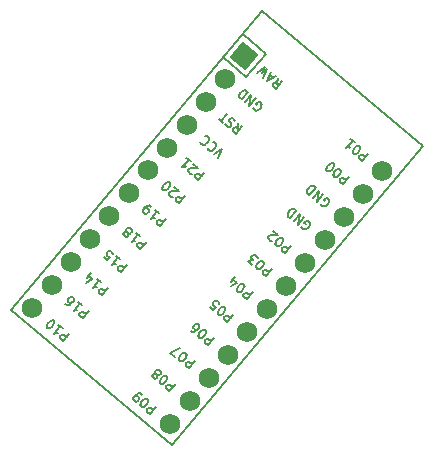
<source format=gbr>
%TF.GenerationSoftware,KiCad,Pcbnew,(6.0.5)*%
%TF.CreationDate,2022-05-06T01:30:31+03:00*%
%TF.ProjectId,main,6d61696e-2e6b-4696-9361-645f70636258,v1.0.0*%
%TF.SameCoordinates,Original*%
%TF.FileFunction,Legend,Top*%
%TF.FilePolarity,Positive*%
%FSLAX46Y46*%
G04 Gerber Fmt 4.6, Leading zero omitted, Abs format (unit mm)*
G04 Created by KiCad (PCBNEW (6.0.5)) date 2022-05-06 01:30:31*
%MOMM*%
%LPD*%
G01*
G04 APERTURE LIST*
G04 Aperture macros list*
%AMRotRect*
0 Rectangle, with rotation*
0 The origin of the aperture is its center*
0 $1 length*
0 $2 width*
0 $3 Rotation angle, in degrees counterclockwise*
0 Add horizontal line*
21,1,$1,$2,0,0,$3*%
G04 Aperture macros list end*
%ADD10C,0.150000*%
%ADD11C,1.752600*%
%ADD12RotRect,1.752600X1.752600X230.000000*%
G04 APERTURE END LIST*
D10*
%TO.C,MCU1*%
X280154055Y-161454208D02*
X279639825Y-162067043D01*
X279406364Y-161871146D01*
X279372485Y-161792989D01*
X279367790Y-161739319D01*
X279387582Y-161656467D01*
X279461043Y-161568919D01*
X279539200Y-161535041D01*
X279592870Y-161530345D01*
X279675722Y-161550137D01*
X279909183Y-161746034D01*
X278910259Y-161454864D02*
X278851893Y-161405890D01*
X278818015Y-161327733D01*
X278813320Y-161274063D01*
X278833111Y-161191211D01*
X278901877Y-161049993D01*
X279024313Y-160904080D01*
X279151444Y-160811837D01*
X279229601Y-160777958D01*
X279283271Y-160773263D01*
X279366123Y-160793055D01*
X279424489Y-160842029D01*
X279458367Y-160920186D01*
X279463062Y-160973856D01*
X279443271Y-161056708D01*
X279374505Y-161197926D01*
X279252069Y-161343839D01*
X279124938Y-161436083D01*
X279046781Y-161469961D01*
X278993111Y-161474656D01*
X278910259Y-161454864D01*
X278928384Y-160425747D02*
X278811653Y-160327799D01*
X278728801Y-160308007D01*
X278675131Y-160312703D01*
X278543304Y-160351276D01*
X278416173Y-160443520D01*
X278220276Y-160676981D01*
X278200484Y-160759833D01*
X278205180Y-160813503D01*
X278239058Y-160891660D01*
X278355788Y-160989609D01*
X278438641Y-161009400D01*
X278492311Y-161004705D01*
X278570468Y-160970827D01*
X278692903Y-160824913D01*
X278712695Y-160742061D01*
X278707999Y-160688391D01*
X278674121Y-160610234D01*
X278557391Y-160512286D01*
X278474538Y-160492494D01*
X278420868Y-160497190D01*
X278342712Y-160531068D01*
X281786736Y-159508456D02*
X281272506Y-160121291D01*
X281039045Y-159925394D01*
X281005166Y-159847237D01*
X281000471Y-159793567D01*
X281020263Y-159710715D01*
X281093724Y-159623167D01*
X281171881Y-159589289D01*
X281225551Y-159584593D01*
X281308403Y-159604385D01*
X281541864Y-159800282D01*
X280542940Y-159509112D02*
X280484574Y-159460138D01*
X280450696Y-159381981D01*
X280446001Y-159328311D01*
X280465792Y-159245459D01*
X280534558Y-159104241D01*
X280656994Y-158958328D01*
X280784125Y-158866085D01*
X280862282Y-158832206D01*
X280915952Y-158827511D01*
X280998804Y-158847303D01*
X281057170Y-158896277D01*
X281091048Y-158974434D01*
X281095743Y-159028104D01*
X281075952Y-159110956D01*
X281007186Y-159252174D01*
X280884750Y-159398087D01*
X280757619Y-159490331D01*
X280679462Y-159524209D01*
X280625792Y-159528904D01*
X280542940Y-159509112D01*
X280208854Y-158781213D02*
X280242732Y-158859370D01*
X280247427Y-158913040D01*
X280227636Y-158995892D01*
X280203149Y-159025075D01*
X280124992Y-159058953D01*
X280071322Y-159063648D01*
X279988469Y-159043857D01*
X279871739Y-158945908D01*
X279837861Y-158867751D01*
X279833165Y-158814081D01*
X279852957Y-158731229D01*
X279877444Y-158702046D01*
X279955601Y-158668168D01*
X280009271Y-158663473D01*
X280092123Y-158683264D01*
X280208854Y-158781213D01*
X280291706Y-158801005D01*
X280345376Y-158796309D01*
X280423533Y-158762431D01*
X280521481Y-158645700D01*
X280541273Y-158562848D01*
X280536578Y-158509178D01*
X280502699Y-158431021D01*
X280385969Y-158333073D01*
X280303116Y-158313281D01*
X280249447Y-158317976D01*
X280171290Y-158351855D01*
X280073341Y-158468585D01*
X280053549Y-158551438D01*
X280058245Y-158605107D01*
X280092123Y-158683264D01*
X283419416Y-157562703D02*
X282905186Y-158175538D01*
X282671725Y-157979641D01*
X282637846Y-157901484D01*
X282633151Y-157847814D01*
X282652943Y-157764962D01*
X282726404Y-157677414D01*
X282804561Y-157643536D01*
X282858231Y-157638840D01*
X282941083Y-157658632D01*
X283174544Y-157854529D01*
X282175620Y-157563359D02*
X282117254Y-157514385D01*
X282083376Y-157436228D01*
X282078681Y-157382558D01*
X282098472Y-157299706D01*
X282167238Y-157158488D01*
X282289674Y-157012575D01*
X282416805Y-156920332D01*
X282494962Y-156886453D01*
X282548632Y-156881758D01*
X282631484Y-156901550D01*
X282689850Y-156950524D01*
X282723728Y-157028681D01*
X282728423Y-157082351D01*
X282708632Y-157165203D01*
X282639866Y-157306421D01*
X282517430Y-157452334D01*
X282390299Y-157544578D01*
X282312142Y-157578456D01*
X282258472Y-157583151D01*
X282175620Y-157563359D01*
X281767063Y-157220539D02*
X281358506Y-156877719D01*
X282135379Y-156485268D01*
X285052097Y-155616950D02*
X284537867Y-156229785D01*
X284304406Y-156033888D01*
X284270527Y-155955731D01*
X284265832Y-155902061D01*
X284285624Y-155819209D01*
X284359085Y-155731661D01*
X284437242Y-155697783D01*
X284490912Y-155693087D01*
X284573764Y-155712879D01*
X284807225Y-155908776D01*
X283808301Y-155617606D02*
X283749935Y-155568632D01*
X283716057Y-155490475D01*
X283711362Y-155436805D01*
X283731153Y-155353953D01*
X283799919Y-155212735D01*
X283922355Y-155066822D01*
X284049486Y-154974579D01*
X284127643Y-154940700D01*
X284181313Y-154936005D01*
X284264165Y-154955797D01*
X284322531Y-155004771D01*
X284356409Y-155082928D01*
X284361104Y-155136598D01*
X284341313Y-155219450D01*
X284272547Y-155360668D01*
X284150111Y-155506581D01*
X284022980Y-155598825D01*
X283944823Y-155632703D01*
X283891153Y-155637398D01*
X283808301Y-155617606D01*
X283078734Y-155005428D02*
X283195465Y-155103376D01*
X283278318Y-155123168D01*
X283331987Y-155118473D01*
X283463814Y-155079899D01*
X283590945Y-154987655D01*
X283786842Y-154754194D01*
X283806634Y-154671342D01*
X283801939Y-154617672D01*
X283768060Y-154539515D01*
X283651330Y-154441567D01*
X283568477Y-154421775D01*
X283514808Y-154426470D01*
X283436651Y-154460349D01*
X283314215Y-154606262D01*
X283294423Y-154689114D01*
X283299119Y-154742784D01*
X283332997Y-154820941D01*
X283449728Y-154918890D01*
X283532580Y-154938681D01*
X283586250Y-154933986D01*
X283664407Y-154900108D01*
X286684778Y-153671197D02*
X286170548Y-154284032D01*
X285937087Y-154088135D01*
X285903208Y-154009978D01*
X285898513Y-153956308D01*
X285918305Y-153873456D01*
X285991766Y-153785908D01*
X286069923Y-153752030D01*
X286123593Y-153747334D01*
X286206445Y-153767126D01*
X286439906Y-153963023D01*
X285440982Y-153671853D02*
X285382616Y-153622879D01*
X285348738Y-153544722D01*
X285344043Y-153491052D01*
X285363834Y-153408200D01*
X285432600Y-153266982D01*
X285555036Y-153121069D01*
X285682167Y-153028826D01*
X285760324Y-152994947D01*
X285813994Y-152990252D01*
X285896846Y-153010044D01*
X285955212Y-153059018D01*
X285989090Y-153137175D01*
X285993785Y-153190845D01*
X285973994Y-153273697D01*
X285905228Y-153414915D01*
X285782792Y-153560828D01*
X285655661Y-153653072D01*
X285577504Y-153686950D01*
X285523834Y-153691645D01*
X285440982Y-153671853D01*
X284682233Y-153035188D02*
X284974059Y-153280059D01*
X285248113Y-153012720D01*
X285194444Y-153017415D01*
X285111591Y-152997624D01*
X284965678Y-152875188D01*
X284931800Y-152797031D01*
X284927104Y-152743361D01*
X284946896Y-152660509D01*
X285069332Y-152514596D01*
X285147489Y-152480717D01*
X285201158Y-152476022D01*
X285284011Y-152495814D01*
X285429924Y-152618249D01*
X285463802Y-152696406D01*
X285468498Y-152750076D01*
X288317458Y-151725444D02*
X287803228Y-152338279D01*
X287569767Y-152142382D01*
X287535888Y-152064225D01*
X287531193Y-152010555D01*
X287550985Y-151927703D01*
X287624446Y-151840155D01*
X287702603Y-151806277D01*
X287756273Y-151801581D01*
X287839125Y-151821373D01*
X288072586Y-152017270D01*
X287073662Y-151726100D02*
X287015296Y-151677126D01*
X286981418Y-151598969D01*
X286976723Y-151545299D01*
X286996514Y-151462447D01*
X287065280Y-151321229D01*
X287187716Y-151175316D01*
X287314847Y-151083073D01*
X287393004Y-151049194D01*
X287446674Y-151044499D01*
X287529526Y-151064291D01*
X287587892Y-151113265D01*
X287621770Y-151191422D01*
X287626465Y-151245092D01*
X287606674Y-151327944D01*
X287537908Y-151469162D01*
X287415472Y-151615075D01*
X287288341Y-151707319D01*
X287210184Y-151741197D01*
X287156514Y-151745892D01*
X287073662Y-151726100D01*
X286515506Y-150909643D02*
X286858326Y-150501086D01*
X286465522Y-151265540D02*
X286978742Y-150950236D01*
X286599368Y-150631903D01*
X289950139Y-149779691D02*
X289435909Y-150392526D01*
X289202448Y-150196629D01*
X289168569Y-150118472D01*
X289163874Y-150064802D01*
X289183666Y-149981950D01*
X289257127Y-149894402D01*
X289335284Y-149860524D01*
X289388954Y-149855828D01*
X289471806Y-149875620D01*
X289705267Y-150071517D01*
X288706343Y-149780347D02*
X288647977Y-149731373D01*
X288614099Y-149653216D01*
X288609404Y-149599546D01*
X288629195Y-149516694D01*
X288697961Y-149375476D01*
X288820397Y-149229563D01*
X288947528Y-149137320D01*
X289025685Y-149103441D01*
X289079355Y-149098746D01*
X289162207Y-149118538D01*
X289220573Y-149167512D01*
X289254451Y-149245669D01*
X289259146Y-149299339D01*
X289239355Y-149382191D01*
X289170589Y-149523409D01*
X289048153Y-149669322D01*
X288921022Y-149761566D01*
X288842865Y-149795444D01*
X288789195Y-149800139D01*
X288706343Y-149780347D01*
X288297786Y-149437527D02*
X287918411Y-149119195D01*
X288318587Y-149057143D01*
X288231039Y-148983682D01*
X288197161Y-148905525D01*
X288192465Y-148851855D01*
X288212257Y-148769003D01*
X288334693Y-148623090D01*
X288412850Y-148589211D01*
X288466519Y-148584516D01*
X288549372Y-148604308D01*
X288724468Y-148751230D01*
X288758346Y-148829387D01*
X288763041Y-148883057D01*
X291582819Y-147833938D02*
X291068589Y-148446773D01*
X290835128Y-148250876D01*
X290801249Y-148172719D01*
X290796554Y-148119049D01*
X290816346Y-148036197D01*
X290889807Y-147948649D01*
X290967964Y-147914771D01*
X291021634Y-147910075D01*
X291104486Y-147929867D01*
X291337947Y-148125764D01*
X290339023Y-147834594D02*
X290280657Y-147785620D01*
X290246779Y-147707463D01*
X290242084Y-147653793D01*
X290261875Y-147570941D01*
X290330641Y-147429723D01*
X290453077Y-147283810D01*
X290580208Y-147191567D01*
X290658365Y-147157688D01*
X290712035Y-147152993D01*
X290794887Y-147172785D01*
X290853253Y-147221759D01*
X290887131Y-147299916D01*
X290891826Y-147353586D01*
X290872035Y-147436438D01*
X290803269Y-147577656D01*
X290680833Y-147723569D01*
X290553702Y-147815813D01*
X290475545Y-147849691D01*
X290421875Y-147854386D01*
X290339023Y-147834594D01*
X289950257Y-147408922D02*
X289896587Y-147413617D01*
X289813735Y-147393826D01*
X289667822Y-147271390D01*
X289633944Y-147193233D01*
X289629248Y-147139563D01*
X289649040Y-147056711D01*
X289698014Y-146998346D01*
X289800658Y-146935285D01*
X290444696Y-146878939D01*
X290065321Y-146560606D01*
X292448522Y-146239210D02*
X292482400Y-146317367D01*
X292569948Y-146390828D01*
X292681983Y-146435107D01*
X292789323Y-146425716D01*
X292867479Y-146391838D01*
X292994611Y-146299594D01*
X293068072Y-146212046D01*
X293136838Y-146070829D01*
X293156630Y-145987976D01*
X293147239Y-145880637D01*
X293084178Y-145777992D01*
X293025813Y-145729018D01*
X292913778Y-145684739D01*
X292860108Y-145689435D01*
X292688698Y-145893713D01*
X292805428Y-145991662D01*
X292646438Y-145410685D02*
X292132208Y-146023521D01*
X292296247Y-145116839D01*
X291782016Y-145729675D01*
X292004420Y-144871968D02*
X291490190Y-145484804D01*
X291344277Y-145362368D01*
X291281216Y-145259724D01*
X291271825Y-145152384D01*
X291291617Y-145069532D01*
X291360383Y-144928314D01*
X291433844Y-144840766D01*
X291560975Y-144748523D01*
X291639132Y-144714644D01*
X291746472Y-144705253D01*
X291858507Y-144749532D01*
X292004420Y-144871968D01*
X294081202Y-144293457D02*
X294115080Y-144371614D01*
X294202628Y-144445075D01*
X294314663Y-144489354D01*
X294422003Y-144479963D01*
X294500159Y-144446085D01*
X294627291Y-144353841D01*
X294700752Y-144266293D01*
X294769518Y-144125076D01*
X294789310Y-144042223D01*
X294779919Y-143934884D01*
X294716858Y-143832239D01*
X294658493Y-143783265D01*
X294546458Y-143738986D01*
X294492788Y-143743682D01*
X294321378Y-143947960D01*
X294438108Y-144045909D01*
X294279118Y-143464932D02*
X293764888Y-144077768D01*
X293928927Y-143171086D01*
X293414696Y-143783922D01*
X293637100Y-142926215D02*
X293122870Y-143539051D01*
X292976957Y-143416615D01*
X292913896Y-143313971D01*
X292904505Y-143206631D01*
X292924297Y-143123779D01*
X292993063Y-142982561D01*
X293066524Y-142895013D01*
X293193655Y-142802770D01*
X293271812Y-142768891D01*
X293379152Y-142759500D01*
X293491187Y-142803779D01*
X293637100Y-142926215D01*
X296480861Y-141996680D02*
X295966631Y-142609515D01*
X295733170Y-142413618D01*
X295699291Y-142335461D01*
X295694596Y-142281791D01*
X295714388Y-142198939D01*
X295787849Y-142111391D01*
X295866006Y-142077513D01*
X295919676Y-142072817D01*
X296002528Y-142092609D01*
X296235989Y-142288506D01*
X295237065Y-141997336D02*
X295178699Y-141948362D01*
X295144821Y-141870205D01*
X295140126Y-141816535D01*
X295159917Y-141733683D01*
X295228683Y-141592465D01*
X295351119Y-141446552D01*
X295478250Y-141354309D01*
X295556407Y-141320430D01*
X295610077Y-141315735D01*
X295692929Y-141335527D01*
X295751295Y-141384501D01*
X295785173Y-141462658D01*
X295789868Y-141516328D01*
X295770077Y-141599180D01*
X295701311Y-141740398D01*
X295578875Y-141886311D01*
X295451744Y-141978555D01*
X295373587Y-142012433D01*
X295319917Y-142017128D01*
X295237065Y-141997336D01*
X294653412Y-141507594D02*
X294595046Y-141458619D01*
X294561168Y-141380462D01*
X294556473Y-141326793D01*
X294576264Y-141243940D01*
X294645030Y-141102722D01*
X294767466Y-140956809D01*
X294894597Y-140864566D01*
X294972754Y-140830688D01*
X295026424Y-140825992D01*
X295109277Y-140845784D01*
X295167642Y-140894758D01*
X295201520Y-140972915D01*
X295206215Y-141026585D01*
X295186424Y-141109437D01*
X295117658Y-141250655D01*
X294995222Y-141396568D01*
X294868091Y-141488812D01*
X294789934Y-141522690D01*
X294736264Y-141527385D01*
X294653412Y-141507594D01*
X298113541Y-140050927D02*
X297599311Y-140663762D01*
X297365850Y-140467865D01*
X297331971Y-140389708D01*
X297327276Y-140336038D01*
X297347068Y-140253186D01*
X297420529Y-140165638D01*
X297498686Y-140131760D01*
X297552356Y-140127064D01*
X297635208Y-140146856D01*
X297868669Y-140342753D01*
X296869745Y-140051583D02*
X296811379Y-140002609D01*
X296777501Y-139924452D01*
X296772806Y-139870782D01*
X296792597Y-139787930D01*
X296861363Y-139646712D01*
X296983799Y-139500799D01*
X297110930Y-139408556D01*
X297189087Y-139374677D01*
X297242757Y-139369982D01*
X297325609Y-139389774D01*
X297383975Y-139438748D01*
X297417853Y-139516905D01*
X297422548Y-139570575D01*
X297402757Y-139653427D01*
X297333991Y-139794645D01*
X297211555Y-139940558D01*
X297084424Y-140032802D01*
X297006267Y-140066680D01*
X296952597Y-140071375D01*
X296869745Y-140051583D01*
X296596043Y-138777595D02*
X296946235Y-139071441D01*
X296771139Y-138924518D02*
X296256909Y-139537353D01*
X296388736Y-139498780D01*
X296496075Y-139489389D01*
X296578928Y-139509180D01*
X272800029Y-155283447D02*
X272285799Y-155896282D01*
X272052338Y-155700385D01*
X272018459Y-155622228D01*
X272013764Y-155568558D01*
X272033556Y-155485706D01*
X272107017Y-155398158D01*
X272185174Y-155364280D01*
X272238844Y-155359584D01*
X272321696Y-155379376D01*
X272555157Y-155575273D01*
X271866184Y-154499858D02*
X272216376Y-154793704D01*
X272041280Y-154646781D02*
X271527050Y-155259616D01*
X271658877Y-155221043D01*
X271766216Y-155211652D01*
X271849069Y-155231443D01*
X270972580Y-154794361D02*
X270914214Y-154745386D01*
X270880336Y-154667229D01*
X270875641Y-154613560D01*
X270895432Y-154530707D01*
X270964198Y-154389489D01*
X271086634Y-154243576D01*
X271213765Y-154151333D01*
X271291922Y-154117455D01*
X271345592Y-154112759D01*
X271428445Y-154132551D01*
X271486810Y-154181525D01*
X271520688Y-154259682D01*
X271525383Y-154313352D01*
X271505592Y-154396204D01*
X271436826Y-154537422D01*
X271314390Y-154683335D01*
X271187259Y-154775579D01*
X271109102Y-154809457D01*
X271055432Y-154814152D01*
X270972580Y-154794361D01*
X274432709Y-153337694D02*
X273918479Y-153950529D01*
X273685018Y-153754632D01*
X273651139Y-153676475D01*
X273646444Y-153622805D01*
X273666236Y-153539953D01*
X273739697Y-153452405D01*
X273817854Y-153418527D01*
X273871524Y-153413831D01*
X273954376Y-153433623D01*
X274187837Y-153629520D01*
X273498864Y-152554105D02*
X273849056Y-152847951D01*
X273673960Y-152701028D02*
X273159730Y-153313863D01*
X273291557Y-153275290D01*
X273398896Y-153265899D01*
X273481749Y-153285690D01*
X272459346Y-152726172D02*
X272576077Y-152824120D01*
X272658930Y-152843912D01*
X272712599Y-152839217D01*
X272844426Y-152800643D01*
X272971557Y-152708399D01*
X273167454Y-152474938D01*
X273187246Y-152392086D01*
X273182551Y-152338416D01*
X273148672Y-152260259D01*
X273031942Y-152162311D01*
X272949089Y-152142519D01*
X272895420Y-152147214D01*
X272817263Y-152181093D01*
X272694827Y-152327006D01*
X272675035Y-152409858D01*
X272679731Y-152463528D01*
X272713609Y-152541685D01*
X272830340Y-152639634D01*
X272913192Y-152659425D01*
X272966862Y-152654730D01*
X273045019Y-152620852D01*
X276065390Y-151391942D02*
X275551160Y-152004777D01*
X275317699Y-151808880D01*
X275283820Y-151730723D01*
X275279125Y-151677053D01*
X275298917Y-151594201D01*
X275372378Y-151506653D01*
X275450535Y-151472775D01*
X275504205Y-151468079D01*
X275587057Y-151487871D01*
X275820518Y-151683768D01*
X275131545Y-150608353D02*
X275481737Y-150902199D01*
X275306641Y-150755276D02*
X274792411Y-151368111D01*
X274924238Y-151329538D01*
X275031577Y-151320147D01*
X275114430Y-151339938D01*
X274263438Y-150576141D02*
X274606258Y-150167584D01*
X274213454Y-150932038D02*
X274726674Y-150616734D01*
X274347300Y-150298401D01*
X277698070Y-149446189D02*
X277183840Y-150059024D01*
X276950379Y-149863127D01*
X276916500Y-149784970D01*
X276911805Y-149731300D01*
X276931597Y-149648448D01*
X277005058Y-149560900D01*
X277083215Y-149527022D01*
X277136885Y-149522326D01*
X277219737Y-149542118D01*
X277453198Y-149738015D01*
X276764225Y-148662600D02*
X277114417Y-148956446D01*
X276939321Y-148809523D02*
X276425091Y-149422358D01*
X276556918Y-149383785D01*
X276664257Y-149374394D01*
X276747110Y-149394185D01*
X275695525Y-148810180D02*
X275987351Y-149055051D01*
X276261405Y-148787712D01*
X276207736Y-148792407D01*
X276124883Y-148772616D01*
X275978970Y-148650180D01*
X275945092Y-148572023D01*
X275940396Y-148518353D01*
X275960188Y-148435501D01*
X276082624Y-148289588D01*
X276160781Y-148255709D01*
X276214450Y-148251014D01*
X276297303Y-148270806D01*
X276443216Y-148393241D01*
X276477094Y-148471398D01*
X276481790Y-148525068D01*
X279330751Y-147500436D02*
X278816521Y-148113271D01*
X278583060Y-147917374D01*
X278549181Y-147839217D01*
X278544486Y-147785547D01*
X278564278Y-147702695D01*
X278637739Y-147615147D01*
X278715896Y-147581269D01*
X278769566Y-147576573D01*
X278852418Y-147596365D01*
X279085879Y-147792262D01*
X278396906Y-146716847D02*
X278747098Y-147010693D01*
X278572002Y-146863770D02*
X278057772Y-147476605D01*
X278189599Y-147438032D01*
X278296938Y-147428641D01*
X278379791Y-147448432D01*
X277752869Y-146773193D02*
X277786747Y-146851350D01*
X277791442Y-146905020D01*
X277771651Y-146987872D01*
X277747164Y-147017055D01*
X277669007Y-147050933D01*
X277615337Y-147055628D01*
X277532484Y-147035837D01*
X277415754Y-146937888D01*
X277381876Y-146859731D01*
X277377180Y-146806061D01*
X277396972Y-146723209D01*
X277421459Y-146694026D01*
X277499616Y-146660148D01*
X277553286Y-146655453D01*
X277636138Y-146675244D01*
X277752869Y-146773193D01*
X277835721Y-146792985D01*
X277889391Y-146788289D01*
X277967548Y-146754411D01*
X278065496Y-146637680D01*
X278085288Y-146554828D01*
X278080593Y-146501158D01*
X278046714Y-146423001D01*
X277929984Y-146325053D01*
X277847131Y-146305261D01*
X277793462Y-146309956D01*
X277715305Y-146343835D01*
X277617356Y-146460565D01*
X277597564Y-146543418D01*
X277602260Y-146597087D01*
X277636138Y-146675244D01*
X280963431Y-145554683D02*
X280449201Y-146167518D01*
X280215740Y-145971621D01*
X280181861Y-145893464D01*
X280177166Y-145839794D01*
X280196958Y-145756942D01*
X280270419Y-145669394D01*
X280348576Y-145635516D01*
X280402246Y-145630820D01*
X280485098Y-145650612D01*
X280718559Y-145846509D01*
X280029586Y-144771094D02*
X280379778Y-145064940D01*
X280204682Y-144918017D02*
X279690452Y-145530852D01*
X279822279Y-145492279D01*
X279929618Y-145482888D01*
X280012471Y-145502679D01*
X279737760Y-144526222D02*
X279621029Y-144428274D01*
X279538177Y-144408482D01*
X279484507Y-144413178D01*
X279352680Y-144451751D01*
X279225549Y-144543995D01*
X279029652Y-144777456D01*
X279009860Y-144860308D01*
X279014556Y-144913978D01*
X279048434Y-144992135D01*
X279165164Y-145090084D01*
X279248017Y-145109875D01*
X279301687Y-145105180D01*
X279379844Y-145071302D01*
X279502279Y-144925388D01*
X279522071Y-144842536D01*
X279517375Y-144788866D01*
X279483497Y-144710709D01*
X279366767Y-144612761D01*
X279283914Y-144592969D01*
X279230244Y-144597665D01*
X279152088Y-144631543D01*
X282596112Y-143608930D02*
X282081882Y-144221765D01*
X281848421Y-144025868D01*
X281814542Y-143947711D01*
X281809847Y-143894041D01*
X281829639Y-143811189D01*
X281903100Y-143723641D01*
X281981257Y-143689763D01*
X282034927Y-143685067D01*
X282117779Y-143704859D01*
X282351240Y-143900756D01*
X281547203Y-143673657D02*
X281493533Y-143678352D01*
X281410681Y-143658561D01*
X281264768Y-143536125D01*
X281230890Y-143457968D01*
X281226194Y-143404298D01*
X281245986Y-143321446D01*
X281294960Y-143263081D01*
X281397604Y-143200020D01*
X282041642Y-143143674D01*
X281662267Y-142825341D01*
X280768663Y-143119844D02*
X280710297Y-143070869D01*
X280676419Y-142992712D01*
X280671724Y-142939043D01*
X280691515Y-142856190D01*
X280760281Y-142714972D01*
X280882717Y-142569059D01*
X281009848Y-142476816D01*
X281088005Y-142442938D01*
X281141675Y-142438242D01*
X281224528Y-142458034D01*
X281282893Y-142507008D01*
X281316771Y-142585165D01*
X281321466Y-142638835D01*
X281301675Y-142721687D01*
X281232909Y-142862905D01*
X281110473Y-143008818D01*
X280983342Y-143101062D01*
X280905185Y-143134940D01*
X280851515Y-143139635D01*
X280768663Y-143119844D01*
X284228792Y-141663177D02*
X283714562Y-142276012D01*
X283481101Y-142080115D01*
X283447222Y-142001958D01*
X283442527Y-141948288D01*
X283462319Y-141865436D01*
X283535780Y-141777888D01*
X283613937Y-141744010D01*
X283667607Y-141739314D01*
X283750459Y-141759106D01*
X283983920Y-141955003D01*
X283179883Y-141727904D02*
X283126213Y-141732599D01*
X283043361Y-141712808D01*
X282897448Y-141590372D01*
X282863570Y-141512215D01*
X282858874Y-141458545D01*
X282878666Y-141375693D01*
X282927640Y-141317328D01*
X283030284Y-141254267D01*
X283674322Y-141197921D01*
X283294947Y-140879588D01*
X282711294Y-140389845D02*
X283061486Y-140683691D01*
X282886390Y-140536768D02*
X282372160Y-141149603D01*
X282503987Y-141111030D01*
X282611326Y-141101639D01*
X282694179Y-141121430D01*
X285420199Y-140391477D02*
X285730151Y-139607231D01*
X285011642Y-140048657D01*
X284922428Y-139028931D02*
X284976098Y-139024235D01*
X285088133Y-139068514D01*
X285146498Y-139117489D01*
X285209559Y-139220133D01*
X285218950Y-139327472D01*
X285199158Y-139410325D01*
X285130392Y-139551542D01*
X285056931Y-139639090D01*
X284929800Y-139731334D01*
X284851643Y-139765212D01*
X284744303Y-139774603D01*
X284632268Y-139730324D01*
X284573903Y-139681350D01*
X284510842Y-139578706D01*
X284506146Y-139525036D01*
X284309592Y-138514701D02*
X284363262Y-138510005D01*
X284475297Y-138554284D01*
X284533662Y-138603258D01*
X284596723Y-138705903D01*
X284606114Y-138813242D01*
X284586323Y-138896095D01*
X284517557Y-139037312D01*
X284444095Y-139124860D01*
X284316964Y-139217104D01*
X284238807Y-139250982D01*
X284131467Y-139260373D01*
X284019432Y-139216094D01*
X283961067Y-139167120D01*
X283898006Y-139064476D01*
X283893311Y-139010806D01*
X287085597Y-137428851D02*
X287045004Y-137892087D01*
X287435789Y-137722696D02*
X286921558Y-138335532D01*
X286688097Y-138139635D01*
X286654219Y-138061478D01*
X286649524Y-138007808D01*
X286669315Y-137924956D01*
X286742777Y-137837408D01*
X286820934Y-137803529D01*
X286874603Y-137798834D01*
X286957456Y-137818626D01*
X287190917Y-138014523D01*
X286827649Y-137262136D02*
X286764588Y-137159492D01*
X286618674Y-137037056D01*
X286535822Y-137017265D01*
X286482152Y-137021960D01*
X286403995Y-137055838D01*
X286355021Y-137114203D01*
X286335229Y-137197056D01*
X286339925Y-137250726D01*
X286373803Y-137328883D01*
X286466046Y-137456014D01*
X286499925Y-137534171D01*
X286504620Y-137587841D01*
X286484828Y-137670693D01*
X286435854Y-137729058D01*
X286357697Y-137762936D01*
X286304027Y-137767632D01*
X286221175Y-137747840D01*
X286075262Y-137625405D01*
X286012201Y-137522761D01*
X285812618Y-137405020D02*
X285462426Y-137111175D01*
X286151752Y-136645262D02*
X285637522Y-137258097D01*
X288359856Y-136176943D02*
X288393734Y-136255100D01*
X288481282Y-136328561D01*
X288593317Y-136372840D01*
X288700657Y-136363449D01*
X288778813Y-136329571D01*
X288905945Y-136237327D01*
X288979406Y-136149779D01*
X289048172Y-136008562D01*
X289067964Y-135925709D01*
X289058573Y-135818370D01*
X288995512Y-135715725D01*
X288937147Y-135666751D01*
X288825112Y-135622472D01*
X288771442Y-135627168D01*
X288600032Y-135831446D01*
X288716762Y-135929395D01*
X288557772Y-135348418D02*
X288043542Y-135961254D01*
X288207581Y-135054572D01*
X287693350Y-135667408D01*
X287915754Y-134809701D02*
X287401524Y-135422537D01*
X287255611Y-135300101D01*
X287192550Y-135197457D01*
X287183159Y-135090117D01*
X287202951Y-135007265D01*
X287271717Y-134866047D01*
X287345178Y-134778499D01*
X287472309Y-134686256D01*
X287550466Y-134652377D01*
X287657806Y-134642986D01*
X287769841Y-134687265D01*
X287915754Y-134809701D01*
X290438506Y-133610807D02*
X290397913Y-134074043D01*
X290788698Y-133904653D02*
X290274467Y-134517488D01*
X290041006Y-134321591D01*
X290007128Y-134243434D01*
X290002433Y-134189764D01*
X290022224Y-134106912D01*
X290095686Y-134019364D01*
X290173843Y-133985486D01*
X290227512Y-133980790D01*
X290310365Y-134000582D01*
X290543826Y-134196479D01*
X290058122Y-133590006D02*
X289766295Y-133345134D01*
X290263410Y-133463884D02*
X289544901Y-133905310D01*
X289854853Y-133121064D01*
X289194710Y-133611464D02*
X289563026Y-132876193D01*
X289078989Y-133215984D01*
X289329565Y-132680295D01*
X288669422Y-133170695D01*
%TO.C,*%
%TO.C,MCU1*%
X287779020Y-133509534D02*
X285833268Y-131876854D01*
X289411701Y-131563781D02*
X287465948Y-129931101D01*
X289411701Y-131563781D02*
X287779020Y-133509534D01*
X302718899Y-139414112D02*
X289098629Y-127985348D01*
X281494052Y-164708899D02*
X302718899Y-139414112D01*
X267873782Y-153280135D02*
X281494052Y-164708899D01*
X289098629Y-127985348D02*
X267873782Y-153280135D01*
%TD*%
D11*
%TO.C,MCU1*%
X281337516Y-162919682D03*
X282970196Y-160973930D03*
X284602877Y-159028177D03*
X286235557Y-157082424D03*
X287868238Y-155136671D03*
X289500918Y-153190918D03*
X291133599Y-151245165D03*
X292766279Y-149299412D03*
X294398960Y-147353659D03*
X296031641Y-145407906D03*
X297664321Y-143462154D03*
X299297002Y-141516401D03*
X269662998Y-153123599D03*
X271295679Y-151177846D03*
X272928359Y-149232094D03*
X274561040Y-147286341D03*
X276193721Y-145340588D03*
X277826401Y-143394835D03*
X279459082Y-141449082D03*
X281091762Y-139503329D03*
X282724443Y-137557576D03*
X284357123Y-135611823D03*
X285989804Y-133666070D03*
D12*
X287622484Y-131720318D03*
%TD*%
M02*

</source>
